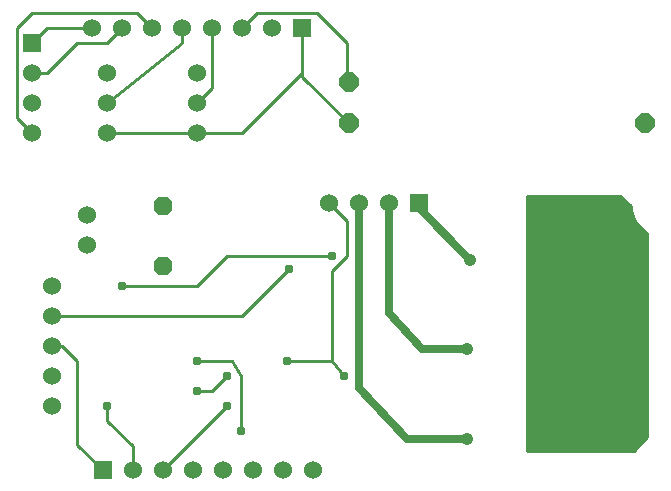
<source format=gbl>
G75*
G70*
%OFA0B0*%
%FSLAX24Y24*%
%IPPOS*%
%LPD*%
%AMOC8*
5,1,8,0,0,1.08239X$1,22.5*
%
%ADD10OC8,0.0630*%
%ADD11C,0.0600*%
%ADD12R,0.0600X0.0600*%
%ADD13OC8,0.0650*%
%ADD14C,0.0100*%
%ADD15C,0.0310*%
%ADD16C,0.0360*%
%ADD17C,0.0250*%
%ADD18C,0.0410*%
D10*
X005451Y008151D03*
X005451Y010151D03*
D11*
X002919Y009847D03*
X002919Y008847D03*
X001751Y007501D03*
X001751Y006501D03*
X001751Y005501D03*
X001751Y004501D03*
X001751Y003501D03*
X004451Y001351D03*
X005451Y001351D03*
X006451Y001351D03*
X007451Y001351D03*
X008451Y001351D03*
X009451Y001351D03*
X010451Y001351D03*
X011001Y010251D03*
X012001Y010251D03*
X013001Y010251D03*
X006601Y012601D03*
X006601Y013601D03*
X006601Y014601D03*
X007101Y016101D03*
X008101Y016101D03*
X009101Y016101D03*
X006101Y016101D03*
X005101Y016101D03*
X004101Y016101D03*
X003101Y016101D03*
X003601Y014601D03*
X003601Y013601D03*
X003601Y012601D03*
X001101Y012601D03*
X001101Y013601D03*
X001101Y014601D03*
D12*
X001101Y015601D03*
X010101Y016101D03*
X014001Y010251D03*
X003451Y001351D03*
D13*
X011660Y012912D03*
X011660Y014290D03*
X021522Y012931D03*
D14*
X003451Y001351D02*
X002601Y002201D01*
X002601Y005001D01*
X002101Y005501D01*
X001751Y005501D01*
X001751Y006501D02*
X008101Y006501D01*
X009651Y008051D01*
X011101Y008001D02*
X011101Y005001D01*
X011501Y004501D01*
X011101Y005001D02*
X009601Y005001D01*
X008051Y004501D02*
X007751Y005001D01*
X006601Y005001D01*
X007101Y004001D02*
X007601Y004501D01*
X008051Y004501D02*
X008051Y002651D01*
X007601Y003501D02*
X005451Y001351D01*
X004451Y001351D02*
X004451Y002151D01*
X003601Y003001D01*
X003601Y003501D01*
X006601Y004001D02*
X007101Y004001D01*
X006601Y007501D02*
X004101Y007501D01*
X006601Y007501D02*
X007601Y008501D01*
X011101Y008501D01*
X011601Y008501D02*
X011101Y008001D01*
X011601Y008501D02*
X011601Y009651D01*
X011001Y010251D01*
X008101Y012601D02*
X010101Y014601D01*
X010101Y016101D01*
X010601Y016601D02*
X011601Y015601D01*
X011601Y014349D01*
X011660Y014290D01*
X011660Y012912D02*
X010101Y014471D01*
X010101Y014601D01*
X008101Y016101D02*
X008601Y016601D01*
X010601Y016601D01*
X007101Y016101D02*
X007101Y014101D01*
X006601Y013601D01*
X006601Y012601D02*
X008101Y012601D01*
X006601Y012601D02*
X003601Y012601D01*
X003601Y013601D02*
X006101Y015601D01*
X006101Y016101D01*
X005101Y016101D02*
X004601Y016601D01*
X001101Y016601D01*
X000601Y016101D01*
X000601Y013101D01*
X001101Y012601D01*
X001101Y014601D02*
X001601Y014601D01*
X002601Y015601D01*
X003601Y015601D01*
X004101Y016101D01*
X003101Y016101D02*
X001601Y016101D01*
X001101Y015601D01*
X017601Y010501D02*
X020701Y010501D01*
X021051Y010151D01*
X021051Y010056D01*
X021126Y009776D01*
X021271Y009525D01*
X021475Y009321D01*
X021601Y009248D01*
X021601Y002451D01*
X021151Y002001D01*
X017601Y002001D01*
X017601Y010501D01*
X017601Y010448D02*
X020754Y010448D01*
X020852Y010349D02*
X017601Y010349D01*
X017601Y010251D02*
X020951Y010251D01*
X021049Y010152D02*
X017601Y010152D01*
X017601Y010054D02*
X021051Y010054D01*
X021078Y009955D02*
X017601Y009955D01*
X017601Y009857D02*
X021104Y009857D01*
X021136Y009758D02*
X017601Y009758D01*
X017601Y009659D02*
X021193Y009659D01*
X021250Y009561D02*
X017601Y009561D01*
X017601Y009462D02*
X021334Y009462D01*
X021432Y009364D02*
X017601Y009364D01*
X017601Y009265D02*
X021571Y009265D01*
X021601Y009167D02*
X017601Y009167D01*
X017601Y009068D02*
X021601Y009068D01*
X021601Y008970D02*
X017601Y008970D01*
X017601Y008871D02*
X021601Y008871D01*
X021601Y008773D02*
X017601Y008773D01*
X017601Y008674D02*
X021601Y008674D01*
X021601Y008576D02*
X017601Y008576D01*
X017601Y008477D02*
X021601Y008477D01*
X021601Y008378D02*
X017601Y008378D01*
X017601Y008280D02*
X021601Y008280D01*
X021601Y008181D02*
X017601Y008181D01*
X017601Y008083D02*
X021601Y008083D01*
X021601Y007984D02*
X017601Y007984D01*
X017601Y007886D02*
X021601Y007886D01*
X021601Y007787D02*
X017601Y007787D01*
X017601Y007689D02*
X021601Y007689D01*
X021601Y007590D02*
X017601Y007590D01*
X017601Y007492D02*
X021601Y007492D01*
X021601Y007393D02*
X017601Y007393D01*
X017601Y007294D02*
X021601Y007294D01*
X021601Y007196D02*
X017601Y007196D01*
X017601Y007097D02*
X021601Y007097D01*
X021601Y006999D02*
X017601Y006999D01*
X017601Y006900D02*
X021601Y006900D01*
X021601Y006802D02*
X017601Y006802D01*
X017601Y006703D02*
X021601Y006703D01*
X021601Y006605D02*
X017601Y006605D01*
X017601Y006506D02*
X021601Y006506D01*
X021601Y006408D02*
X017601Y006408D01*
X017601Y006309D02*
X021601Y006309D01*
X021601Y006210D02*
X017601Y006210D01*
X017601Y006112D02*
X021601Y006112D01*
X021601Y006013D02*
X017601Y006013D01*
X017601Y005915D02*
X021601Y005915D01*
X021601Y005816D02*
X017601Y005816D01*
X017601Y005718D02*
X021601Y005718D01*
X021601Y005619D02*
X017601Y005619D01*
X017601Y005521D02*
X021601Y005521D01*
X021601Y005422D02*
X017601Y005422D01*
X017601Y005324D02*
X021601Y005324D01*
X021601Y005225D02*
X017601Y005225D01*
X017601Y005126D02*
X021601Y005126D01*
X021601Y005028D02*
X017601Y005028D01*
X017601Y004929D02*
X021601Y004929D01*
X021601Y004831D02*
X017601Y004831D01*
X017601Y004732D02*
X021601Y004732D01*
X021601Y004634D02*
X017601Y004634D01*
X017601Y004535D02*
X021601Y004535D01*
X021601Y004437D02*
X017601Y004437D01*
X017601Y004338D02*
X021601Y004338D01*
X021601Y004240D02*
X017601Y004240D01*
X017601Y004141D02*
X021601Y004141D01*
X021601Y004043D02*
X017601Y004043D01*
X017601Y003944D02*
X021601Y003944D01*
X021601Y003845D02*
X017601Y003845D01*
X017601Y003747D02*
X021601Y003747D01*
X021601Y003648D02*
X017601Y003648D01*
X017601Y003550D02*
X021601Y003550D01*
X021601Y003451D02*
X017601Y003451D01*
X017601Y003353D02*
X021601Y003353D01*
X021601Y003254D02*
X017601Y003254D01*
X017601Y003156D02*
X021601Y003156D01*
X021601Y003057D02*
X017601Y003057D01*
X017601Y002959D02*
X021601Y002959D01*
X021601Y002860D02*
X017601Y002860D01*
X017601Y002761D02*
X021601Y002761D01*
X021601Y002663D02*
X017601Y002663D01*
X017601Y002564D02*
X021601Y002564D01*
X021601Y002466D02*
X017601Y002466D01*
X017601Y002367D02*
X021517Y002367D01*
X021419Y002269D02*
X017601Y002269D01*
X017601Y002170D02*
X021320Y002170D01*
X021222Y002072D02*
X017601Y002072D01*
D15*
X011501Y004501D03*
X009601Y005001D03*
X007601Y004501D03*
X006601Y005001D03*
X006601Y004001D03*
X007601Y003501D03*
X008051Y002651D03*
X003601Y003501D03*
X004101Y007501D03*
X009651Y008051D03*
X011101Y008501D03*
D16*
X019601Y008601D03*
X019601Y009601D03*
X020601Y009601D03*
X020601Y008601D03*
X020601Y007601D03*
X019601Y007601D03*
X019601Y006601D03*
X020601Y006601D03*
X020601Y005601D03*
X019601Y005601D03*
X019601Y004601D03*
X020601Y004601D03*
X020601Y003601D03*
X020601Y002601D03*
X019601Y002601D03*
X019601Y003601D03*
D17*
X015601Y002401D02*
X013601Y002401D01*
X012001Y004101D01*
X012001Y010251D01*
X013001Y010251D02*
X013001Y006601D01*
X014101Y005401D01*
X015601Y005401D01*
X015701Y008351D02*
X014001Y010101D01*
X014001Y010251D01*
D18*
X015701Y008351D03*
X015601Y005401D03*
X015601Y002401D03*
M02*

</source>
